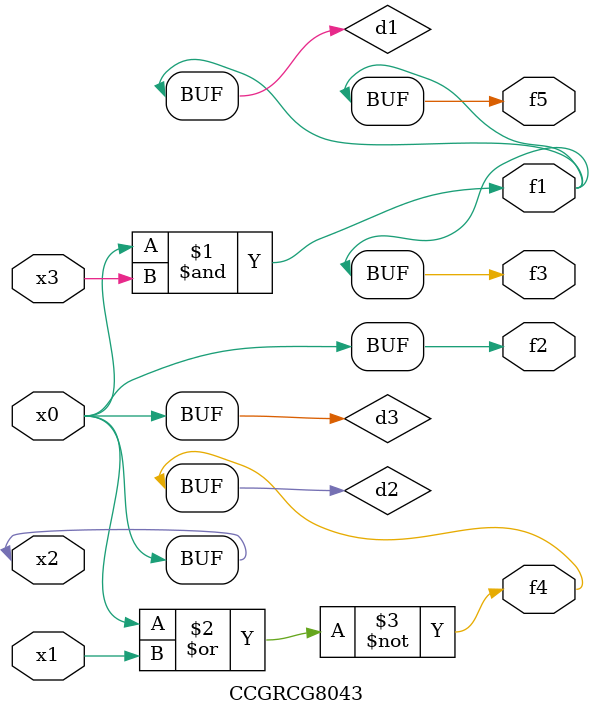
<source format=v>
module CCGRCG8043(
	input x0, x1, x2, x3,
	output f1, f2, f3, f4, f5
);

	wire d1, d2, d3;

	and (d1, x2, x3);
	nor (d2, x0, x1);
	buf (d3, x0, x2);
	assign f1 = d1;
	assign f2 = d3;
	assign f3 = d1;
	assign f4 = d2;
	assign f5 = d1;
endmodule

</source>
